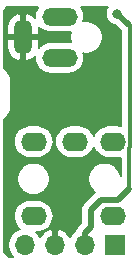
<source format=gbr>
%TF.GenerationSoftware,KiCad,Pcbnew,5.1.8*%
%TF.CreationDate,2020-12-26T21:24:44+01:00*%
%TF.ProjectId,kenwood-trrs,6b656e77-6f6f-4642-9d74-7272732e6b69,rev?*%
%TF.SameCoordinates,Original*%
%TF.FileFunction,Copper,L2,Bot*%
%TF.FilePolarity,Positive*%
%FSLAX46Y46*%
G04 Gerber Fmt 4.6, Leading zero omitted, Abs format (unit mm)*
G04 Created by KiCad (PCBNEW 5.1.8) date 2020-12-26 21:24:44*
%MOMM*%
%LPD*%
G01*
G04 APERTURE LIST*
%TA.AperFunction,ComponentPad*%
%ADD10O,2.200000X1.600000*%
%TD*%
%TA.AperFunction,ComponentPad*%
%ADD11O,1.700000X1.700000*%
%TD*%
%TA.AperFunction,ComponentPad*%
%ADD12R,1.700000X1.700000*%
%TD*%
%TA.AperFunction,ComponentPad*%
%ADD13O,3.000000X1.500000*%
%TD*%
%TA.AperFunction,ComponentPad*%
%ADD14O,1.500000X3.000000*%
%TD*%
%TA.AperFunction,ViaPad*%
%ADD15C,0.800000*%
%TD*%
%TA.AperFunction,Conductor*%
%ADD16C,0.300000*%
%TD*%
%TA.AperFunction,Conductor*%
%ADD17C,0.500000*%
%TD*%
%TA.AperFunction,Conductor*%
%ADD18C,0.150000*%
%TD*%
%TA.AperFunction,Conductor*%
%ADD19C,0.100000*%
%TD*%
G04 APERTURE END LIST*
D10*
%TO.P,J3,S*%
%TO.N,/PTT_Mic-*%
X157800000Y-85650000D03*
X157800000Y-91950000D03*
%TO.P,J3,R*%
%TO.N,/Mic+*%
X154600000Y-85650000D03*
%TO.P,J3,T*%
%TO.N,Net-(J3-PadT)*%
X151100000Y-85650000D03*
X151100000Y-91950000D03*
%TD*%
D11*
%TO.P,J1,S*%
%TO.N,/Mic*%
X150380000Y-94400000D03*
%TO.P,J1,R2*%
%TO.N,GND*%
X152920000Y-94400000D03*
%TO.P,J1,R1*%
%TO.N,Net-(J1-PadR1)*%
X155460000Y-94400000D03*
D12*
%TO.P,J1,T*%
%TO.N,Net-(J1-PadT)*%
X158000000Y-94400000D03*
%TD*%
D13*
%TO.P,J2,R*%
%TO.N,Net-(J2-PadR)*%
X153300000Y-75050000D03*
%TO.P,J2,T*%
%TO.N,Net-(J2-PadT)*%
X153300000Y-78550000D03*
D14*
%TO.P,J2,S*%
%TO.N,GND*%
X150200000Y-76800000D03*
%TD*%
D15*
%TO.N,GND*%
X154000000Y-83250000D03*
%TO.N,Net-(J1-PadR1)*%
X158200000Y-74800000D03*
%TD*%
D16*
%TO.N,Net-(J1-PadR1)*%
X159250010Y-75850010D02*
X159200001Y-75800001D01*
X159250010Y-86126349D02*
X159250010Y-75850010D01*
X159200001Y-86176358D02*
X159250010Y-86126349D01*
X159200001Y-89638998D02*
X159200001Y-86176358D01*
D17*
X158200000Y-74800000D02*
X159200001Y-75800001D01*
X155460000Y-93378999D02*
X155460000Y-94400000D01*
X155956000Y-92882999D02*
X155460000Y-93378999D01*
X155956000Y-91440000D02*
X155956000Y-92882999D01*
X156846001Y-90549999D02*
X155956000Y-91440000D01*
X158289000Y-90549999D02*
X156846001Y-90549999D01*
X159200001Y-89638998D02*
X158289000Y-90549999D01*
%TD*%
D18*
%TO.N,GND*%
X151436289Y-74305842D02*
X151312510Y-74537415D01*
X151236288Y-74788686D01*
X151210551Y-75050000D01*
X151223429Y-75180753D01*
X151208902Y-75160591D01*
X151016001Y-74980854D01*
X150791742Y-74842203D01*
X150583435Y-74773338D01*
X150379000Y-74876321D01*
X150379000Y-76621000D01*
X151533000Y-76621000D01*
X151533000Y-75912000D01*
X151602867Y-75997133D01*
X151805842Y-76163711D01*
X152037415Y-76287490D01*
X152288686Y-76363712D01*
X152484522Y-76383000D01*
X154115478Y-76383000D01*
X154282597Y-76366540D01*
X154270148Y-76396594D01*
X154217000Y-76663786D01*
X154217000Y-76936214D01*
X154270148Y-77203406D01*
X154282597Y-77233460D01*
X154115478Y-77217000D01*
X152484522Y-77217000D01*
X152288686Y-77236288D01*
X152037415Y-77312510D01*
X151805842Y-77436289D01*
X151602867Y-77602867D01*
X151533000Y-77688000D01*
X151533000Y-76979000D01*
X150379000Y-76979000D01*
X150379000Y-78723679D01*
X150583435Y-78826662D01*
X150791742Y-78757797D01*
X151016001Y-78619146D01*
X151208902Y-78439409D01*
X151223429Y-78419247D01*
X151210551Y-78550000D01*
X151236288Y-78811314D01*
X151312510Y-79062585D01*
X151436289Y-79294158D01*
X151602867Y-79497133D01*
X151805842Y-79663711D01*
X152037415Y-79787490D01*
X152288686Y-79863712D01*
X152484522Y-79883000D01*
X154115478Y-79883000D01*
X154311314Y-79863712D01*
X154562585Y-79787490D01*
X154794158Y-79663711D01*
X154997133Y-79497133D01*
X155163711Y-79294158D01*
X155287490Y-79062585D01*
X155363712Y-78811314D01*
X155389449Y-78550000D01*
X155363712Y-78288686D01*
X155323168Y-78155029D01*
X155463786Y-78183000D01*
X155736214Y-78183000D01*
X156003406Y-78129852D01*
X156255096Y-78025599D01*
X156481611Y-77874246D01*
X156674246Y-77681611D01*
X156825599Y-77455096D01*
X156929852Y-77203406D01*
X156983000Y-76936214D01*
X156983000Y-76663786D01*
X156929852Y-76396594D01*
X156825599Y-76144904D01*
X156674246Y-75918389D01*
X156481611Y-75725754D01*
X156255096Y-75574401D01*
X156003406Y-75470148D01*
X155736214Y-75417000D01*
X155463786Y-75417000D01*
X155323168Y-75444971D01*
X155363712Y-75311314D01*
X155389449Y-75050000D01*
X155363712Y-74788686D01*
X155287490Y-74537415D01*
X155163711Y-74305842D01*
X155103931Y-74233000D01*
X157396613Y-74233000D01*
X157328877Y-74334375D01*
X157254776Y-74513270D01*
X157217000Y-74703183D01*
X157217000Y-74896817D01*
X157254776Y-75086730D01*
X157328877Y-75265625D01*
X157436454Y-75426626D01*
X157573374Y-75563546D01*
X157734375Y-75671123D01*
X157913270Y-75745224D01*
X157980572Y-75758611D01*
X158517011Y-76295051D01*
X158517010Y-84331268D01*
X158371115Y-84287012D01*
X158167934Y-84267000D01*
X157432066Y-84267000D01*
X157228885Y-84287012D01*
X156968188Y-84366093D01*
X156727929Y-84494514D01*
X156517340Y-84667340D01*
X156344514Y-84877929D01*
X156216093Y-85118188D01*
X156200000Y-85171240D01*
X156183907Y-85118188D01*
X156055486Y-84877929D01*
X155882660Y-84667340D01*
X155672071Y-84494514D01*
X155431812Y-84366093D01*
X155171115Y-84287012D01*
X154967934Y-84267000D01*
X154232066Y-84267000D01*
X154028885Y-84287012D01*
X153768188Y-84366093D01*
X153527929Y-84494514D01*
X153317340Y-84667340D01*
X153144514Y-84877929D01*
X153016093Y-85118188D01*
X152937012Y-85378885D01*
X152910309Y-85650000D01*
X152937012Y-85921115D01*
X153016093Y-86181812D01*
X153144514Y-86422071D01*
X153317340Y-86632660D01*
X153527929Y-86805486D01*
X153768188Y-86933907D01*
X154028885Y-87012988D01*
X154232066Y-87033000D01*
X154967934Y-87033000D01*
X155171115Y-87012988D01*
X155431812Y-86933907D01*
X155672071Y-86805486D01*
X155882660Y-86632660D01*
X156055486Y-86422071D01*
X156183907Y-86181812D01*
X156200000Y-86128760D01*
X156216093Y-86181812D01*
X156344514Y-86422071D01*
X156517340Y-86632660D01*
X156727929Y-86805486D01*
X156968188Y-86933907D01*
X157228885Y-87012988D01*
X157432066Y-87033000D01*
X158167934Y-87033000D01*
X158371115Y-87012988D01*
X158467002Y-86983901D01*
X158467001Y-88583355D01*
X158429852Y-88396594D01*
X158325599Y-88144904D01*
X158174246Y-87918389D01*
X157981611Y-87725754D01*
X157755096Y-87574401D01*
X157503406Y-87470148D01*
X157236214Y-87417000D01*
X156963786Y-87417000D01*
X156696594Y-87470148D01*
X156444904Y-87574401D01*
X156218389Y-87725754D01*
X156025754Y-87918389D01*
X155874401Y-88144904D01*
X155770148Y-88396594D01*
X155717000Y-88663786D01*
X155717000Y-88936214D01*
X155770148Y-89203406D01*
X155874401Y-89455096D01*
X156025754Y-89681611D01*
X156218389Y-89874246D01*
X156294431Y-89925056D01*
X156254131Y-89958129D01*
X156228047Y-89989913D01*
X155395921Y-90822040D01*
X155364130Y-90848130D01*
X155260035Y-90974972D01*
X155182685Y-91119683D01*
X155135053Y-91276705D01*
X155124584Y-91382999D01*
X155118970Y-91440000D01*
X155123000Y-91480916D01*
X155123001Y-92537959D01*
X154899921Y-92761039D01*
X154868130Y-92787129D01*
X154764035Y-92913971D01*
X154686685Y-93058682D01*
X154639053Y-93215704D01*
X154638064Y-93225746D01*
X154546516Y-93286916D01*
X154346916Y-93486516D01*
X154190092Y-93721220D01*
X154186072Y-93730926D01*
X154038742Y-93504497D01*
X153842542Y-93303448D01*
X153610889Y-93144539D01*
X153352685Y-93033877D01*
X153319211Y-93023730D01*
X153099000Y-93125256D01*
X153099000Y-94221000D01*
X153119000Y-94221000D01*
X153119000Y-94579000D01*
X153099000Y-94579000D01*
X153099000Y-94599000D01*
X152741000Y-94599000D01*
X152741000Y-94579000D01*
X152721000Y-94579000D01*
X152721000Y-94221000D01*
X152741000Y-94221000D01*
X152741000Y-93125256D01*
X152520789Y-93023730D01*
X152487315Y-93033877D01*
X152229111Y-93144539D01*
X151997458Y-93303448D01*
X151801258Y-93504497D01*
X151653928Y-93730926D01*
X151649908Y-93721220D01*
X151493084Y-93486516D01*
X151339568Y-93333000D01*
X151467934Y-93333000D01*
X151671115Y-93312988D01*
X151931812Y-93233907D01*
X152172071Y-93105486D01*
X152382660Y-92932660D01*
X152555486Y-92722071D01*
X152683907Y-92481812D01*
X152762988Y-92221115D01*
X152789691Y-91950000D01*
X152762988Y-91678885D01*
X152683907Y-91418188D01*
X152555486Y-91177929D01*
X152382660Y-90967340D01*
X152172071Y-90794514D01*
X151931812Y-90666093D01*
X151671115Y-90587012D01*
X151467934Y-90567000D01*
X150732066Y-90567000D01*
X150528885Y-90587012D01*
X150268188Y-90666093D01*
X150027929Y-90794514D01*
X149817340Y-90967340D01*
X149644514Y-91177929D01*
X149516093Y-91418188D01*
X149437012Y-91678885D01*
X149410309Y-91950000D01*
X149437012Y-92221115D01*
X149516093Y-92481812D01*
X149644514Y-92722071D01*
X149817340Y-92932660D01*
X149938268Y-93031903D01*
X149701220Y-93130092D01*
X149466516Y-93286916D01*
X149266916Y-93486516D01*
X149110092Y-93721220D01*
X149002069Y-93982009D01*
X148947000Y-94258862D01*
X148947000Y-94541138D01*
X149002069Y-94817991D01*
X149110092Y-95078780D01*
X149266916Y-95313484D01*
X149345432Y-95392000D01*
X149051841Y-95392000D01*
X148633000Y-94973159D01*
X148633000Y-88663786D01*
X149717000Y-88663786D01*
X149717000Y-88936214D01*
X149770148Y-89203406D01*
X149874401Y-89455096D01*
X150025754Y-89681611D01*
X150218389Y-89874246D01*
X150444904Y-90025599D01*
X150696594Y-90129852D01*
X150963786Y-90183000D01*
X151236214Y-90183000D01*
X151503406Y-90129852D01*
X151755096Y-90025599D01*
X151981611Y-89874246D01*
X152174246Y-89681611D01*
X152325599Y-89455096D01*
X152429852Y-89203406D01*
X152483000Y-88936214D01*
X152483000Y-88663786D01*
X152429852Y-88396594D01*
X152325599Y-88144904D01*
X152174246Y-87918389D01*
X151981611Y-87725754D01*
X151755096Y-87574401D01*
X151503406Y-87470148D01*
X151236214Y-87417000D01*
X150963786Y-87417000D01*
X150696594Y-87470148D01*
X150444904Y-87574401D01*
X150218389Y-87725754D01*
X150025754Y-87918389D01*
X149874401Y-88144904D01*
X149770148Y-88396594D01*
X149717000Y-88663786D01*
X148633000Y-88663786D01*
X148633000Y-85650000D01*
X149410309Y-85650000D01*
X149437012Y-85921115D01*
X149516093Y-86181812D01*
X149644514Y-86422071D01*
X149817340Y-86632660D01*
X150027929Y-86805486D01*
X150268188Y-86933907D01*
X150528885Y-87012988D01*
X150732066Y-87033000D01*
X151467934Y-87033000D01*
X151671115Y-87012988D01*
X151931812Y-86933907D01*
X152172071Y-86805486D01*
X152382660Y-86632660D01*
X152555486Y-86422071D01*
X152683907Y-86181812D01*
X152762988Y-85921115D01*
X152789691Y-85650000D01*
X152762988Y-85378885D01*
X152683907Y-85118188D01*
X152555486Y-84877929D01*
X152382660Y-84667340D01*
X152172071Y-84494514D01*
X151931812Y-84366093D01*
X151671115Y-84287012D01*
X151467934Y-84267000D01*
X150732066Y-84267000D01*
X150528885Y-84287012D01*
X150268188Y-84366093D01*
X150027929Y-84494514D01*
X149817340Y-84667340D01*
X149644514Y-84877929D01*
X149516093Y-85118188D01*
X149437012Y-85378885D01*
X149410309Y-85650000D01*
X148633000Y-85650000D01*
X148633000Y-83769332D01*
X149078429Y-83175428D01*
X149107979Y-83139421D01*
X149128402Y-83101213D01*
X149150875Y-83064171D01*
X149156577Y-83048500D01*
X149164436Y-83033797D01*
X149177011Y-82992344D01*
X149191827Y-82951625D01*
X149194362Y-82935144D01*
X149199202Y-82919189D01*
X149203449Y-82876067D01*
X149210035Y-82833251D01*
X149208000Y-82786730D01*
X149208000Y-80413270D01*
X149210035Y-80366749D01*
X149203449Y-80323933D01*
X149199202Y-80280811D01*
X149194362Y-80264856D01*
X149191827Y-80248375D01*
X149177011Y-80207656D01*
X149164436Y-80166203D01*
X149156577Y-80151500D01*
X149150875Y-80135829D01*
X149128402Y-80098787D01*
X149107979Y-80060579D01*
X149078429Y-80024572D01*
X148608000Y-79397334D01*
X148608000Y-76979000D01*
X148867000Y-76979000D01*
X148867000Y-77729000D01*
X148927534Y-77985616D01*
X149036969Y-78225492D01*
X149191098Y-78439409D01*
X149383999Y-78619146D01*
X149608258Y-78757797D01*
X149816565Y-78826662D01*
X150021000Y-78723679D01*
X150021000Y-76979000D01*
X148867000Y-76979000D01*
X148608000Y-76979000D01*
X148608000Y-75871000D01*
X148867000Y-75871000D01*
X148867000Y-76621000D01*
X150021000Y-76621000D01*
X150021000Y-74876321D01*
X149816565Y-74773338D01*
X149608258Y-74842203D01*
X149383999Y-74980854D01*
X149191098Y-75160591D01*
X149036969Y-75374508D01*
X148927534Y-75614384D01*
X148867000Y-75871000D01*
X148608000Y-75871000D01*
X148608000Y-74602666D01*
X148885250Y-74233000D01*
X151496069Y-74233000D01*
X151436289Y-74305842D01*
%TA.AperFunction,Conductor*%
D19*
G36*
X151436289Y-74305842D02*
G01*
X151312510Y-74537415D01*
X151236288Y-74788686D01*
X151210551Y-75050000D01*
X151223429Y-75180753D01*
X151208902Y-75160591D01*
X151016001Y-74980854D01*
X150791742Y-74842203D01*
X150583435Y-74773338D01*
X150379000Y-74876321D01*
X150379000Y-76621000D01*
X151533000Y-76621000D01*
X151533000Y-75912000D01*
X151602867Y-75997133D01*
X151805842Y-76163711D01*
X152037415Y-76287490D01*
X152288686Y-76363712D01*
X152484522Y-76383000D01*
X154115478Y-76383000D01*
X154282597Y-76366540D01*
X154270148Y-76396594D01*
X154217000Y-76663786D01*
X154217000Y-76936214D01*
X154270148Y-77203406D01*
X154282597Y-77233460D01*
X154115478Y-77217000D01*
X152484522Y-77217000D01*
X152288686Y-77236288D01*
X152037415Y-77312510D01*
X151805842Y-77436289D01*
X151602867Y-77602867D01*
X151533000Y-77688000D01*
X151533000Y-76979000D01*
X150379000Y-76979000D01*
X150379000Y-78723679D01*
X150583435Y-78826662D01*
X150791742Y-78757797D01*
X151016001Y-78619146D01*
X151208902Y-78439409D01*
X151223429Y-78419247D01*
X151210551Y-78550000D01*
X151236288Y-78811314D01*
X151312510Y-79062585D01*
X151436289Y-79294158D01*
X151602867Y-79497133D01*
X151805842Y-79663711D01*
X152037415Y-79787490D01*
X152288686Y-79863712D01*
X152484522Y-79883000D01*
X154115478Y-79883000D01*
X154311314Y-79863712D01*
X154562585Y-79787490D01*
X154794158Y-79663711D01*
X154997133Y-79497133D01*
X155163711Y-79294158D01*
X155287490Y-79062585D01*
X155363712Y-78811314D01*
X155389449Y-78550000D01*
X155363712Y-78288686D01*
X155323168Y-78155029D01*
X155463786Y-78183000D01*
X155736214Y-78183000D01*
X156003406Y-78129852D01*
X156255096Y-78025599D01*
X156481611Y-77874246D01*
X156674246Y-77681611D01*
X156825599Y-77455096D01*
X156929852Y-77203406D01*
X156983000Y-76936214D01*
X156983000Y-76663786D01*
X156929852Y-76396594D01*
X156825599Y-76144904D01*
X156674246Y-75918389D01*
X156481611Y-75725754D01*
X156255096Y-75574401D01*
X156003406Y-75470148D01*
X155736214Y-75417000D01*
X155463786Y-75417000D01*
X155323168Y-75444971D01*
X155363712Y-75311314D01*
X155389449Y-75050000D01*
X155363712Y-74788686D01*
X155287490Y-74537415D01*
X155163711Y-74305842D01*
X155103931Y-74233000D01*
X157396613Y-74233000D01*
X157328877Y-74334375D01*
X157254776Y-74513270D01*
X157217000Y-74703183D01*
X157217000Y-74896817D01*
X157254776Y-75086730D01*
X157328877Y-75265625D01*
X157436454Y-75426626D01*
X157573374Y-75563546D01*
X157734375Y-75671123D01*
X157913270Y-75745224D01*
X157980572Y-75758611D01*
X158517011Y-76295051D01*
X158517010Y-84331268D01*
X158371115Y-84287012D01*
X158167934Y-84267000D01*
X157432066Y-84267000D01*
X157228885Y-84287012D01*
X156968188Y-84366093D01*
X156727929Y-84494514D01*
X156517340Y-84667340D01*
X156344514Y-84877929D01*
X156216093Y-85118188D01*
X156200000Y-85171240D01*
X156183907Y-85118188D01*
X156055486Y-84877929D01*
X155882660Y-84667340D01*
X155672071Y-84494514D01*
X155431812Y-84366093D01*
X155171115Y-84287012D01*
X154967934Y-84267000D01*
X154232066Y-84267000D01*
X154028885Y-84287012D01*
X153768188Y-84366093D01*
X153527929Y-84494514D01*
X153317340Y-84667340D01*
X153144514Y-84877929D01*
X153016093Y-85118188D01*
X152937012Y-85378885D01*
X152910309Y-85650000D01*
X152937012Y-85921115D01*
X153016093Y-86181812D01*
X153144514Y-86422071D01*
X153317340Y-86632660D01*
X153527929Y-86805486D01*
X153768188Y-86933907D01*
X154028885Y-87012988D01*
X154232066Y-87033000D01*
X154967934Y-87033000D01*
X155171115Y-87012988D01*
X155431812Y-86933907D01*
X155672071Y-86805486D01*
X155882660Y-86632660D01*
X156055486Y-86422071D01*
X156183907Y-86181812D01*
X156200000Y-86128760D01*
X156216093Y-86181812D01*
X156344514Y-86422071D01*
X156517340Y-86632660D01*
X156727929Y-86805486D01*
X156968188Y-86933907D01*
X157228885Y-87012988D01*
X157432066Y-87033000D01*
X158167934Y-87033000D01*
X158371115Y-87012988D01*
X158467002Y-86983901D01*
X158467001Y-88583355D01*
X158429852Y-88396594D01*
X158325599Y-88144904D01*
X158174246Y-87918389D01*
X157981611Y-87725754D01*
X157755096Y-87574401D01*
X157503406Y-87470148D01*
X157236214Y-87417000D01*
X156963786Y-87417000D01*
X156696594Y-87470148D01*
X156444904Y-87574401D01*
X156218389Y-87725754D01*
X156025754Y-87918389D01*
X155874401Y-88144904D01*
X155770148Y-88396594D01*
X155717000Y-88663786D01*
X155717000Y-88936214D01*
X155770148Y-89203406D01*
X155874401Y-89455096D01*
X156025754Y-89681611D01*
X156218389Y-89874246D01*
X156294431Y-89925056D01*
X156254131Y-89958129D01*
X156228047Y-89989913D01*
X155395921Y-90822040D01*
X155364130Y-90848130D01*
X155260035Y-90974972D01*
X155182685Y-91119683D01*
X155135053Y-91276705D01*
X155124584Y-91382999D01*
X155118970Y-91440000D01*
X155123000Y-91480916D01*
X155123001Y-92537959D01*
X154899921Y-92761039D01*
X154868130Y-92787129D01*
X154764035Y-92913971D01*
X154686685Y-93058682D01*
X154639053Y-93215704D01*
X154638064Y-93225746D01*
X154546516Y-93286916D01*
X154346916Y-93486516D01*
X154190092Y-93721220D01*
X154186072Y-93730926D01*
X154038742Y-93504497D01*
X153842542Y-93303448D01*
X153610889Y-93144539D01*
X153352685Y-93033877D01*
X153319211Y-93023730D01*
X153099000Y-93125256D01*
X153099000Y-94221000D01*
X153119000Y-94221000D01*
X153119000Y-94579000D01*
X153099000Y-94579000D01*
X153099000Y-94599000D01*
X152741000Y-94599000D01*
X152741000Y-94579000D01*
X152721000Y-94579000D01*
X152721000Y-94221000D01*
X152741000Y-94221000D01*
X152741000Y-93125256D01*
X152520789Y-93023730D01*
X152487315Y-93033877D01*
X152229111Y-93144539D01*
X151997458Y-93303448D01*
X151801258Y-93504497D01*
X151653928Y-93730926D01*
X151649908Y-93721220D01*
X151493084Y-93486516D01*
X151339568Y-93333000D01*
X151467934Y-93333000D01*
X151671115Y-93312988D01*
X151931812Y-93233907D01*
X152172071Y-93105486D01*
X152382660Y-92932660D01*
X152555486Y-92722071D01*
X152683907Y-92481812D01*
X152762988Y-92221115D01*
X152789691Y-91950000D01*
X152762988Y-91678885D01*
X152683907Y-91418188D01*
X152555486Y-91177929D01*
X152382660Y-90967340D01*
X152172071Y-90794514D01*
X151931812Y-90666093D01*
X151671115Y-90587012D01*
X151467934Y-90567000D01*
X150732066Y-90567000D01*
X150528885Y-90587012D01*
X150268188Y-90666093D01*
X150027929Y-90794514D01*
X149817340Y-90967340D01*
X149644514Y-91177929D01*
X149516093Y-91418188D01*
X149437012Y-91678885D01*
X149410309Y-91950000D01*
X149437012Y-92221115D01*
X149516093Y-92481812D01*
X149644514Y-92722071D01*
X149817340Y-92932660D01*
X149938268Y-93031903D01*
X149701220Y-93130092D01*
X149466516Y-93286916D01*
X149266916Y-93486516D01*
X149110092Y-93721220D01*
X149002069Y-93982009D01*
X148947000Y-94258862D01*
X148947000Y-94541138D01*
X149002069Y-94817991D01*
X149110092Y-95078780D01*
X149266916Y-95313484D01*
X149345432Y-95392000D01*
X149051841Y-95392000D01*
X148633000Y-94973159D01*
X148633000Y-88663786D01*
X149717000Y-88663786D01*
X149717000Y-88936214D01*
X149770148Y-89203406D01*
X149874401Y-89455096D01*
X150025754Y-89681611D01*
X150218389Y-89874246D01*
X150444904Y-90025599D01*
X150696594Y-90129852D01*
X150963786Y-90183000D01*
X151236214Y-90183000D01*
X151503406Y-90129852D01*
X151755096Y-90025599D01*
X151981611Y-89874246D01*
X152174246Y-89681611D01*
X152325599Y-89455096D01*
X152429852Y-89203406D01*
X152483000Y-88936214D01*
X152483000Y-88663786D01*
X152429852Y-88396594D01*
X152325599Y-88144904D01*
X152174246Y-87918389D01*
X151981611Y-87725754D01*
X151755096Y-87574401D01*
X151503406Y-87470148D01*
X151236214Y-87417000D01*
X150963786Y-87417000D01*
X150696594Y-87470148D01*
X150444904Y-87574401D01*
X150218389Y-87725754D01*
X150025754Y-87918389D01*
X149874401Y-88144904D01*
X149770148Y-88396594D01*
X149717000Y-88663786D01*
X148633000Y-88663786D01*
X148633000Y-85650000D01*
X149410309Y-85650000D01*
X149437012Y-85921115D01*
X149516093Y-86181812D01*
X149644514Y-86422071D01*
X149817340Y-86632660D01*
X150027929Y-86805486D01*
X150268188Y-86933907D01*
X150528885Y-87012988D01*
X150732066Y-87033000D01*
X151467934Y-87033000D01*
X151671115Y-87012988D01*
X151931812Y-86933907D01*
X152172071Y-86805486D01*
X152382660Y-86632660D01*
X152555486Y-86422071D01*
X152683907Y-86181812D01*
X152762988Y-85921115D01*
X152789691Y-85650000D01*
X152762988Y-85378885D01*
X152683907Y-85118188D01*
X152555486Y-84877929D01*
X152382660Y-84667340D01*
X152172071Y-84494514D01*
X151931812Y-84366093D01*
X151671115Y-84287012D01*
X151467934Y-84267000D01*
X150732066Y-84267000D01*
X150528885Y-84287012D01*
X150268188Y-84366093D01*
X150027929Y-84494514D01*
X149817340Y-84667340D01*
X149644514Y-84877929D01*
X149516093Y-85118188D01*
X149437012Y-85378885D01*
X149410309Y-85650000D01*
X148633000Y-85650000D01*
X148633000Y-83769332D01*
X149078429Y-83175428D01*
X149107979Y-83139421D01*
X149128402Y-83101213D01*
X149150875Y-83064171D01*
X149156577Y-83048500D01*
X149164436Y-83033797D01*
X149177011Y-82992344D01*
X149191827Y-82951625D01*
X149194362Y-82935144D01*
X149199202Y-82919189D01*
X149203449Y-82876067D01*
X149210035Y-82833251D01*
X149208000Y-82786730D01*
X149208000Y-80413270D01*
X149210035Y-80366749D01*
X149203449Y-80323933D01*
X149199202Y-80280811D01*
X149194362Y-80264856D01*
X149191827Y-80248375D01*
X149177011Y-80207656D01*
X149164436Y-80166203D01*
X149156577Y-80151500D01*
X149150875Y-80135829D01*
X149128402Y-80098787D01*
X149107979Y-80060579D01*
X149078429Y-80024572D01*
X148608000Y-79397334D01*
X148608000Y-76979000D01*
X148867000Y-76979000D01*
X148867000Y-77729000D01*
X148927534Y-77985616D01*
X149036969Y-78225492D01*
X149191098Y-78439409D01*
X149383999Y-78619146D01*
X149608258Y-78757797D01*
X149816565Y-78826662D01*
X150021000Y-78723679D01*
X150021000Y-76979000D01*
X148867000Y-76979000D01*
X148608000Y-76979000D01*
X148608000Y-75871000D01*
X148867000Y-75871000D01*
X148867000Y-76621000D01*
X150021000Y-76621000D01*
X150021000Y-74876321D01*
X149816565Y-74773338D01*
X149608258Y-74842203D01*
X149383999Y-74980854D01*
X149191098Y-75160591D01*
X149036969Y-75374508D01*
X148927534Y-75614384D01*
X148867000Y-75871000D01*
X148608000Y-75871000D01*
X148608000Y-74602666D01*
X148885250Y-74233000D01*
X151496069Y-74233000D01*
X151436289Y-74305842D01*
G37*
%TD.AperFunction*%
%TD*%
M02*

</source>
